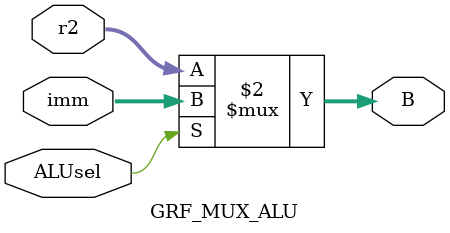
<source format=v>
`timescale 1ns / 1ps
module GRF_MUX_ALU(
    input [31:0]r2,
    input [31:0]imm,
    input ALUsel,
    output [31:0]B
    );
	 
	 assign B = (ALUsel == 0) ? r2 : imm;


endmodule

</source>
